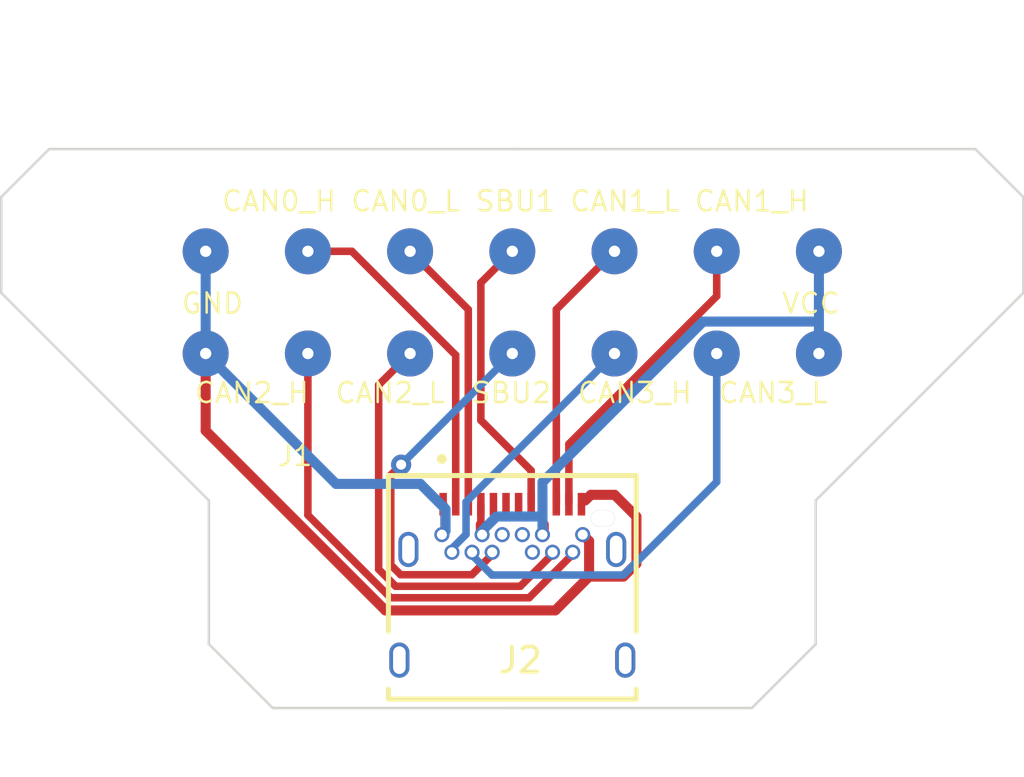
<source format=kicad_pcb>
(kicad_pcb (version 20221018) (generator pcbnew)
  (layers (0 "F.Cu" signal) (31 "B.Cu" signal) (34 "B.Paste" user) (35 "F.Paste" user) (36 "B.SilkS" user "B.Silkscreen") (37 "F.SilkS" user "F.Silkscreen") (38 "B.Mask" user) (39 "F.Mask" user) (44 "Edge.Cuts" user))
  (net 0 "")
  (net 1 "+12V")
  (net 2 "/CAN0_H")
  (net 3 "/CAN0_L")
  (net 4 "GND")
  (net 8 "/SBU1")
  (net 9 "/CAN1_L")
  (net 10 "/CAN1_H")
  (net 11 "/CAN2_H")
  (net 12 "/CAN2_L")
  (net 16 "/SBU2")
  (net 17 "/CAN3_L")
  (net 18 "/CAN3_H")
  (footprint "MountingHole:MountingHole_3mm" (layer "F.Cu") (at 123.698 76.962)
    (fp_text reference "H1" hide)
    (fp_text value "MountingHole" hide)
    (pad "" np_thru_hole circle (at 0 0) (size 3 3) (drill 3) (layers "*.Cu" "*.Mask"))
  )
  (footprint "CommaPogo_Library:GCT_USB4056-03-A_REVA2" (layer "F.Cu") (at 140.335 93.98)
    (fp_text reference "J2" (at 0.3175 0) (layer "F.SilkS"))
    (fp_text value "Conn_02x12_Row_Letter_Last")
    (fp_line (start -4.925 -7.34) (end -4.925 -1.15) (stroke (width 0.2)) (layer "F.SilkS"))
    (fp_line (start -4.925 -7.34) (end 4.925 -7.34) (stroke (width 0.2)) (layer "F.SilkS"))
    (fp_line (start -4.925 1.55) (end -4.925 1.15) (stroke (width 0.2)) (layer "F.SilkS"))
    (fp_line (start -4.925 1.55) (end 4.925 1.55) (stroke (width 0.2)) (layer "F.SilkS"))
    (fp_line (start 4.925 -1.15) (end 4.925 -7.34) (stroke (width 0.2)) (layer "F.SilkS"))
    (fp_line (start 4.925 1.55) (end 4.925 1.15) (stroke (width 0.2)) (layer "F.SilkS"))
    (fp_circle (center -2.8 -8) (end -2.7 -8) (stroke (width 0.2)) (fill none) (layer "F.SilkS"))
    (fp_line (start 3.45 -5.965) (end 3.75 -5.965) (stroke (width 0.01)) (layer "Edge.Cuts"))
    (fp_line (start 3.75 -5.315) (end 3.45 -5.315) (stroke (width 0.01)) (layer "Edge.Cuts"))
    (fp_arc (start 3.125 -5.64) (mid 3.22019 -5.86981) (end 3.45 -5.965) (stroke (width 0.01)) (layer "Edge.Cuts"))
    (fp_arc (start 3.45 -5.315) (mid 3.22019 -5.41019) (end 3.125 -5.64) (stroke (width 0.01)) (layer "Edge.Cuts"))
    (fp_arc (start 3.75 -5.965) (mid 3.97981 -5.86981) (end 4.075 -5.64) (stroke (width 0.01)) (layer "Edge.Cuts"))
    (fp_arc (start 4.075 -5.64) (mid 3.97981 -5.41019) (end 3.75 -5.315) (stroke (width 0.01)) (layer "Edge.Cuts"))
    (pad "" np_thru_hole circle (at -3.6 -5.64) (size 0.65 0.65) (drill 0.65) (layers "*.Cu" "*.Mask"))
    (pad "" np_thru_hole circle (at 3.6 -5.64) (size 0.65 0.65) (drill 0.65) (layers "*.Cu" "*.Mask"))
    (pad "A1" smd rect (at -2.75 -6.2) (size 0.3 0.9) (layers "F.Cu" "F.Paste" "F.Mask") (net 4 "GND"))
    (pad "A2" smd rect (at -2.25 -6.2) (size 0.3 0.9) (layers "F.Cu" "F.Paste" "F.Mask") (net 2 "/CAN0_H"))
    (pad "A3" smd rect (at -1.75 -6.2) (size 0.3 0.9) (layers "F.Cu" "F.Paste" "F.Mask") (net 3 "/CAN0_L"))
    (pad "A4" smd rect (at -1.25 -6.2) (size 0.3 0.9) (layers "F.Cu" "F.Paste" "F.Mask") (net 1 "+12V"))
    (pad "A5" smd rect (at -0.75 -6.2) (size 0.3 0.9) (layers "F.Cu" "F.Paste" "F.Mask"))
    (pad "A6" smd rect (at -0.25 -6.2) (size 0.3 0.9) (layers "F.Cu" "F.Paste" "F.Mask"))
    (pad "A7" smd rect (at 0.25 -6.2) (size 0.3 0.9) (layers "F.Cu" "F.Paste" "F.Mask"))
    (pad "A8" smd rect (at 0.75 -6.2) (size 0.3 0.9) (layers "F.Cu" "F.Paste" "F.Mask") (net 8 "/SBU1"))
    (pad "A9" smd rect (at 1.25 -6.2) (size 0.3 0.9) (layers "F.Cu" "F.Paste" "F.Mask") (net 1 "+12V"))
    (pad "A10" smd rect (at 1.75 -6.2) (size 0.3 0.9) (layers "F.Cu" "F.Paste" "F.Mask") (net 9 "/CAN1_L"))
    (pad "A11" smd rect (at 2.25 -6.2) (size 0.3 0.9) (layers "F.Cu" "F.Paste" "F.Mask") (net 10 "/CAN1_H"))
    (pad "A12" smd rect (at 2.75 -6.2) (size 0.3 0.9) (layers "F.Cu" "F.Paste" "F.Mask") (net 4 "GND"))
    (pad "B1" thru_hole circle (at 2.8 -4.99) (size 0.6 0.6) (drill 0.4) (layers "*.Cu" "*.Mask") (net 4 "GND"))
    (pad "B2" thru_hole circle (at 2.4 -4.29) (size 0.6 0.6) (drill 0.4) (layers "*.Cu" "*.Mask") (net 11 "/CAN2_H"))
    (pad "B3" thru_hole circle (at 1.6 -4.29) (size 0.6 0.6) (drill 0.4) (layers "*.Cu" "*.Mask") (net 12 "/CAN2_L"))
    (pad "B4" thru_hole circle (at 1.2 -4.99) (size 0.6 0.6) (drill 0.4) (layers "*.Cu" "*.Mask") (net 1 "+12V"))
    (pad "B5" thru_hole circle (at 0.8 -4.29) (size 0.6 0.6) (drill 0.4) (layers "*.Cu" "*.Mask"))
    (pad "B6" thru_hole circle (at 0.4 -4.99) (size 0.6 0.6) (drill 0.4) (layers "*.Cu" "*.Mask"))
    (pad "B7" thru_hole circle (at -0.4 -4.99) (size 0.6 0.6) (drill 0.4) (layers "*.Cu" "*.Mask"))
    (pad "B8" thru_hole circle (at -0.8 -4.29) (size 0.6 0.6) (drill 0.4) (layers "*.Cu" "*.Mask") (net 16 "/SBU2"))
    (pad "B9" thru_hole circle (at -1.2 -4.99) (size 0.6 0.6) (drill 0.4) (layers "*.Cu" "*.Mask") (net 1 "+12V"))
    (pad "B10" thru_hole circle (at -1.6 -4.29) (size 0.6 0.6) (drill 0.4) (layers "*.Cu" "*.Mask") (net 17 "/CAN3_L"))
    (pad "B11" thru_hole circle (at -2.4 -4.29) (size 0.6 0.6) (drill 0.4) (layers "*.Cu" "*.Mask") (net 18 "/CAN3_H"))
    (pad "B12" thru_hole circle (at -2.8 -4.99) (size 0.6 0.6) (drill 0.4) (layers "*.Cu" "*.Mask") (net 4 "GND"))
    (pad "S1" thru_hole oval (at -4.13 -4.4) (size 0.8 1.4) (drill oval 0.5 1.1) (layers "*.Cu" "*.Mask"))
    (pad "S2" thru_hole oval (at 4.13 -4.4) (size 0.8 1.4) (drill oval 0.5 1.1) (layers "*.Cu" "*.Mask"))
    (pad "S3" thru_hole oval (at -4.49 0) (size 0.8 1.4) (drill oval 0.5 1.1) (layers "*.Cu" "*.Mask"))
    (pad "S4" thru_hole oval (at 4.49 0) (size 0.8 1.4) (drill oval 0.5 1.1) (layers "*.Cu" "*.Mask"))
  )
  (footprint "MountingHole:MountingHole_3mm" (layer "F.Cu") (at 148.844 92.202)
    (fp_text reference "H4" hide)
    (fp_text value "MountingHole" hide)
    (pad "" np_thru_hole circle (at 0 0) (size 3 3) (drill 3) (layers "*.Cu" "*.Mask"))
  )
  (footprint "MountingHole:MountingHole_3mm" (layer "F.Cu") (at 131.826 92.202)
    (fp_text reference "H3" hide)
    (fp_text value "MountingHole" hide)
    (pad "" np_thru_hole circle (at 0 0) (size 3 3) (drill 3) (layers "*.Cu" "*.Mask"))
  )
  (footprint "MountingHole:MountingHole_3mm" (layer "F.Cu") (at 156.972 76.962)
    (fp_text reference "H2" hide)
    (fp_text value "MountingHole" hide)
    (pad "" np_thru_hole circle (at 0 0) (size 3 3) (drill 3) (layers "*.Cu" "*.Mask"))
  )
  (footprint "CommaPogo_Library:2x7_Pogo_Male" (layer "F.Cu") (at 140.335 83.82)
    (fp_text reference "J1" (at -8.636 2.032 unlocked) (layer "F.SilkS") (effects (font (size 0.8 0.8) (thickness 0.1))))
    (fp_text value "Conn_02x07_Row_Letter_Last")
    (fp_text user "VCC" (at 10.668 -3.556 unlocked) (layer "F.SilkS") (effects (font (size 0.8 0.8) (thickness 0.1)) (justify left bottom)))
    (fp_text user "CAN3_H" (at 2.54 0 unlocked) (layer "F.SilkS") (effects (font (size 0.8 0.8) (thickness 0.1)) (justify left bottom)))
    (fp_text user "CAN0_L" (at -6.470619 -7.62 unlocked) (layer "F.SilkS") (effects (font (size 0.8 0.8) (thickness 0.1)) (justify left bottom)))
    (fp_text user "SBU1" (at -1.524 -7.62 unlocked) (layer "F.SilkS") (effects (font (size 0.8 0.8) (thickness 0.1)) (justify left bottom)))
    (fp_text user "GND" (at -13.208 -3.556 unlocked) (layer "F.SilkS") (effects (font (size 0.8 0.8) (thickness 0.1)) (justify left bottom)))
    (fp_text user "SBU2" (at -1.686048 0 unlocked) (layer "F.SilkS") (effects (font (size 0.8 0.8) (thickness 0.1)) (justify left bottom)))
    (fp_text user "CAN2_H" (at -12.690524 0 unlocked) (layer "F.SilkS") (effects (font (size 0.8 0.8) (thickness 0.1)) (justify left bottom)))
    (fp_text user "CAN0_H" (at -11.607714 -7.62 unlocked) (layer "F.SilkS") (effects (font (size 0.8 0.8) (thickness 0.1)) (justify left bottom)))
    (fp_text user "CAN3_L" (at 8.137476 0 unlocked) (layer "F.SilkS") (effects (font (size 0.8 0.8) (thickness 0.1)) (justify left bottom)))
    (fp_text user "CAN1_L" (at 2.241667 -7.62 unlocked) (layer "F.SilkS") (effects (font (size 0.8 0.8) (thickness 0.1)) (justify left bottom)))
    (fp_text user "CAN2_L" (at -7.093048 0 unlocked) (layer "F.SilkS") (effects (font (size 0.8 0.8) (thickness 0.1)) (justify left bottom)))
    (fp_text user "CAN1_H" (at 7.188286 -7.62 unlocked) (layer "F.SilkS") (effects (font (size 0.8 0.8) (thickness 0.1)) (justify left bottom)))
    (pad "1" thru_hole circle (at -12.192 -6.096) (size 1.8288 1.8288) (drill 0.45) (layers "*.Cu" "*.Mask") (net 4 "GND"))
    (pad "2" thru_hole circle (at -8.128 -6.096) (size 1.8288 1.8288) (drill 0.45) (layers "*.Cu" "*.Mask") (net 2 "/CAN0_H"))
    (pad "3" thru_hole circle (at -4.064 -6.096) (size 1.8288 1.8288) (drill 0.45) (layers "*.Cu" "*.Mask") (net 3 "/CAN0_L"))
    (pad "4" thru_hole circle (at 0 -6.096) (size 1.8288 1.8288) (drill 0.45) (layers "*.Cu" "*.Mask") (net 8 "/SBU1"))
    (pad "5" thru_hole circle (at 4.064 -6.096) (size 1.8288 1.8288) (drill 0.45) (layers "*.Cu" "*.Mask") (net 9 "/CAN1_L"))
    (pad "6" thru_hole circle (at 8.128 -6.096) (size 1.8288 1.8288) (drill 0.45) (layers "*.Cu" "*.Mask") (net 10 "/CAN1_H"))
    (pad "7" thru_hole circle (at 12.192 -6.096) (size 1.8288 1.8288) (drill 0.45) (layers "*.Cu" "*.Mask") (net 1 "+12V"))
    (pad "8" thru_hole circle (at -12.192 -2.032) (size 1.8288 1.8288) (drill 0.45) (layers "*.Cu" "*.Mask") (net 4 "GND"))
    (pad "9" thru_hole circle (at -8.128 -2.032) (size 1.8288 1.8288) (drill 0.45) (layers "*.Cu" "*.Mask") (net 11 "/CAN2_H"))
    (pad "10" thru_hole circle (at -4.064 -2.032) (size 1.8288 1.8288) (drill 0.45) (layers "*.Cu" "*.Mask") (net 12 "/CAN2_L"))
    (pad "11" thru_hole circle (at 0 -2.032) (size 1.8288 1.8288) (drill 0.45) (layers "*.Cu" "*.Mask") (net 16 "/SBU2"))
    (pad "12" thru_hole circle (at 4.064 -2.032) (size 1.8288 1.8288) (drill 0.45) (layers "*.Cu" "*.Mask") (net 18 "/CAN3_H"))
    (pad "13" thru_hole circle (at 8.128 -2.032) (size 1.8288 1.8288) (drill 0.45) (layers "*.Cu" "*.Mask") (net 17 "/CAN3_L"))
    (pad "14" thru_hole circle (at 12.192 -2.032) (size 1.8288 1.8288) (drill 0.45) (layers "*.Cu" "*.Mask") (net 1 "+12V"))
  )
  (gr_line (start 158.75 73.66) (end 160.655 75.565) (stroke (width 0.1)) (layer "Edge.Cuts"))
  (gr_line (start 160.655 75.565) (end 160.655 79.375) (stroke (width 0.1)) (layer "Edge.Cuts"))
  (gr_line (start 140.335 73.66) (end 158.75 73.66) (stroke (width 0.1)) (layer "Edge.Cuts"))
  (gr_line (start 121.92 73.66) (end 140.335 73.66) (stroke (width 0.1)) (layer "Edge.Cuts"))
  (gr_line (start 120.015 79.375) (end 120.015 75.565) (stroke (width 0.1)) (layer "Edge.Cuts"))
  (gr_line (start 160.655 79.375) (end 159.385 80.645) (stroke (width 0.1)) (layer "Edge.Cuts"))
  (gr_line (start 120.015 75.565) (end 121.92 73.66) (stroke (width 0.1)) (layer "Edge.Cuts"))
  (gr_line (start 128.27 87.63) (end 128.27 93.345) (stroke (width 0.1)) (layer "Edge.Cuts"))
  (gr_line (start 159.385 80.645) (end 152.4 87.63) (stroke (width 0.1)) (layer "Edge.Cuts"))
  (gr_line (start 152.4 87.63) (end 152.4 93.345) (stroke (width 0.1)) (layer "Edge.Cuts"))
  (gr_line (start 140.335 95.885) (end 130.81 95.885) (stroke (width 0.1)) (layer "Edge.Cuts"))
  (gr_line (start 121.285 80.645) (end 120.015 79.375) (stroke (width 0.1)) (layer "Edge.Cuts"))
  (gr_line (start 149.86 95.885) (end 140.335 95.885) (stroke (width 0.1)) (layer "Edge.Cuts"))
  (gr_line (start 130.81 95.885) (end 128.27 93.345) (stroke (width 0.1)) (layer "Edge.Cuts"))
  (gr_line (start 128.27 87.63) (end 121.285 80.645) (stroke (width 0.1)) (layer "Edge.Cuts"))
  (gr_line (start 152.4 93.345) (end 149.86 95.885) (stroke (width 0.1)) (layer "Edge.Cuts"))
  (segment (start 139.135 88.99) (end 139.085 88.94) (width 0.4) (layer "F.Cu") (net 1))
  (segment (start 141.585 88.94) (end 141.585 88.5821) (width 0.4) (layer "F.Cu") (net 1))
  (segment (start 139.085 88.5821) (end 139.085 87.78) (width 0.2998) (layer "F.Cu") (net 1))
  (segment (start 139.085 88.94) (end 139.085 88.5821) (width 0.4) (layer "F.Cu") (net 1))
  (segment (start 141.585 88.5821) (end 141.585 87.78) (width 0.2998) (layer "F.Cu") (net 1))
  (segment (start 141.535 88.99) (end 141.585 88.94) (width 0.4) (layer "F.Cu") (net 1))
  (segment (start 152.527 80.518) (end 152.527 77.724) (width 0.4) (layer "B.Cu") (net 1))
  (segment (start 139.135 88.8407) (end 139.7065 88.2692) (width 0.4) (layer "B.Cu") (net 1))
  (segment (start 152.527 81.788) (end 152.527 80.518) (width 0.4) (layer "B.Cu") (net 1))
  (segment (start 152.527 80.518) (end 147.92 80.518) (width 0.4) (layer "B.Cu") (net 1))
  (segment (start 139.135 88.99) (end 139.135 88.8407) (width 0.4) (layer "B.Cu") (net 1))
  (segment (start 147.92 80.518) (end 141.535 86.903) (width 0.4) (layer "B.Cu") (net 1))
  (segment (start 139.7065 88.2692) (end 141.535 88.2692) (width 0.4) (layer "B.Cu") (net 1))
  (segment (start 141.535 86.903) (end 141.535 88.2692) (width 0.4) (layer "B.Cu") (net 1))
  (segment (start 141.535 88.2692) (end 141.535 88.99) (width 0.4) (layer "B.Cu") (net 1))
  (segment (start 132.207 77.724) (end 133.9557 77.724) (width 0.3) (layer "F.Cu") (net 2))
  (segment (start 138.085 81.8533) (end 138.085 87.78) (width 0.3) (layer "F.Cu") (net 2))
  (segment (start 133.9557 77.724) (end 138.085 81.8533) (width 0.3) (layer "F.Cu") (net 2))
  (segment (start 136.271 77.724) (end 138.585 80.038) (width 0.3) (layer "F.Cu") (net 3))
  (segment (start 138.585 80.038) (end 138.585 87.78) (width 0.3) (layer "F.Cu") (net 3))
  (segment (start 142.0448 92.0024) (end 143.3884 90.6588) (width 0.4) (layer "F.Cu") (net 4))
  (segment (start 137.535 88.99) (end 137.6225 88.9025) (width 0.2998) (layer "F.Cu") (net 4))
  (segment (start 144.7523 90.6588) (end 145.2706 90.1405) (width 0.4) (layer "F.Cu") (net 4))
  (segment (start 128.143 84.8572) (end 135.2882 92.0024) (width 0.4) (layer "F.Cu") (net 4))
  (segment (start 143.3884 89.2434) (end 143.135 88.99) (width 0.4) (layer "F.Cu") (net 4))
  (segment (start 135.2882 92.0024) (end 142.0448 92.0024) (width 0.4) (layer "F.Cu") (net 4))
  (segment (start 143.3884 90.6588) (end 143.3884 89.2434) (width 0.4) (layer "F.Cu") (net 4))
  (segment (start 144.4036 87.4074) (end 143.4576 87.4074) (width 0.4) (layer "F.Cu") (net 4))
  (segment (start 143.4576 87.4074) (end 143.2327 87.6323) (width 0.4) (layer "F.Cu") (net 4))
  (segment (start 128.143 81.788) (end 128.143 84.8572) (width 0.4) (layer "F.Cu") (net 4))
  (segment (start 145.2706 88.2744) (end 144.4036 87.4074) (width 0.4) (layer "F.Cu") (net 4))
  (segment (start 137.6225 87.8175) (end 137.585 87.78) (width 0.2998) (layer "F.Cu") (net 4))
  (segment (start 145.2706 90.1405) (end 145.2706 88.2744) (width 0.4) (layer "F.Cu") (net 4))
  (segment (start 143.3884 90.6588) (end 144.7523 90.6588) (width 0.4) (layer "F.Cu") (net 4))
  (segment (start 137.6225 88.9025) (end 137.6225 87.8175) (width 0.2998) (layer "F.Cu") (net 4))
  (segment (start 143.2327 87.6323) (end 143.085 87.78) (width 0.2998) (layer "F.Cu") (net 4))
  (segment (start 128.143 77.724) (end 128.143 81.788) (width 0.4) (layer "B.Cu") (net 4))
  (segment (start 136.6786 86.9725) (end 137.6811 87.975) (width 0.4) (layer "B.Cu") (net 4))
  (segment (start 133.3275 86.9725) (end 136.6786 86.9725) (width 0.4) (layer "B.Cu") (net 4))
  (segment (start 137.6811 87.975) (end 137.6811 88.8439) (width 0.4) (layer "B.Cu") (net 4))
  (segment (start 128.143 81.788) (end 133.3275 86.9725) (width 0.4) (layer "B.Cu") (net 4))
  (segment (start 137.6811 88.8439) (end 137.535 88.99) (width 0.4) (layer "B.Cu") (net 4))
  (segment (start 139.0848 84.4433) (end 139.0848 78.9742) (width 0.3) (layer "F.Cu") (net 8))
  (segment (start 141.085 86.4435) (end 139.0848 84.4433) (width 0.3) (layer "F.Cu") (net 8))
  (segment (start 141.085 87.78) (end 141.085 86.4435) (width 0.3) (layer "F.Cu") (net 8))
  (segment (start 139.0848 78.9742) (end 140.335 77.724) (width 0.3) (layer "F.Cu") (net 8))
  (segment (start 144.399 77.724) (end 142.085 80.038) (width 0.3) (layer "F.Cu") (net 9))
  (segment (start 142.085 80.038) (end 142.085 87.78) (width 0.3) (layer "F.Cu") (net 9))
  (segment (start 142.585 85.386) (end 142.585 87.78) (width 0.3) (layer "F.Cu") (net 10))
  (segment (start 148.463 77.724) (end 148.463 79.508) (width 0.3) (layer "F.Cu") (net 10))
  (segment (start 148.463 79.508) (end 142.585 85.386) (width 0.3) (layer "F.Cu") (net 10))
  (segment (start 132.207 88.2115) (end 135.496 91.5005) (width 0.3) (layer "F.Cu") (net 11))
  (segment (start 135.496 91.5005) (end 141.0047 91.5005) (width 0.3) (layer "F.Cu") (net 11))
  (segment (start 132.207 81.788) (end 132.207 88.2115) (width 0.3) (layer "F.Cu") (net 11))
  (segment (start 141.0047 91.5005) (end 142.735 89.7702) (width 0.3) (layer "F.Cu") (net 11))
  (segment (start 142.735 89.7702) (end 142.735 89.69) (width 0.3) (layer "F.Cu") (net 11))
  (segment (start 135.0216 90.3692) (end 135.695 91.0426) (width 0.3) (layer "F.Cu") (net 12))
  (segment (start 135.695 91.0426) (end 140.6549 91.0426) (width 0.3) (layer "F.Cu") (net 12))
  (segment (start 135.0216 83.0374) (end 135.0216 90.3692) (width 0.3) (layer "F.Cu") (net 12))
  (segment (start 136.271 81.788) (end 135.0216 83.0374) (width 0.3) (layer "F.Cu") (net 12))
  (segment (start 141.935 89.7625) (end 141.935 89.69) (width 0.3) (layer "F.Cu") (net 12))
  (segment (start 140.6549 91.0426) (end 141.935 89.7625) (width 0.3) (layer "F.Cu") (net 12))
  (segment (start 135.5025 86.6206) (end 135.9149 86.2082) (width 0.3) (layer "F.Cu") (net 16))
  (segment (start 135.8941 90.5847) (end 135.5025 90.1931) (width 0.3) (layer "F.Cu") (net 16))
  (segment (start 138.7285 90.5847) (end 135.8941 90.5847) (width 0.3) (layer "F.Cu") (net 16))
  (segment (start 139.535 89.69) (end 139.535 89.7782) (width 0.3) (layer "F.Cu") (net 16))
  (segment (start 139.535 89.7782) (end 138.7285 90.5847) (width 0.3) (layer "F.Cu") (net 16))
  (segment (start 135.5025 90.1931) (end 135.5025 86.6206) (width 0.3) (layer "F.Cu") (net 16))
  (via (at 135.9149 86.2082) (size 0.8) (drill 0.4) (layers "F.Cu" "B.Cu") (net 16))
  (segment (start 140.335 81.788) (end 135.9149 86.2081) (width 0.3) (layer "B.Cu") (net 16))
  (segment (start 135.9149 86.2081) (end 135.9149 86.2082) (width 0.3) (layer "B.Cu") (net 16))
  (segment (start 144.7588 90.5957) (end 139.5251 90.5957) (width 0.3) (layer "B.Cu") (net 17))
  (segment (start 148.463 81.788) (end 148.463 86.8915) (width 0.3) (layer "B.Cu") (net 17))
  (segment (start 139.5251 90.5957) (end 138.735 89.8056) (width 0.3) (layer "B.Cu") (net 17))
  (segment (start 148.463 86.8915) (end 144.7588 90.5957) (width 0.3) (layer "B.Cu") (net 17))
  (segment (start 138.735 89.8056) (end 138.735 89.69) (width 0.3) (layer "B.Cu") (net 17))
  (segment (start 137.935 89.69) (end 137.935 89.5401) (width 0.3) (layer "B.Cu") (net 18))
  (segment (start 138.4958 87.6912) (end 144.399 81.788) (width 0.3) (layer "B.Cu") (net 18))
  (segment (start 137.935 89.5401) (end 138.4958 88.9793) (width 0.3) (layer "B.Cu") (net 18))
  (segment (start 138.4958 88.9793) (end 138.4958 87.6912) (width 0.3) (layer "B.Cu") (net 18))
)
</source>
